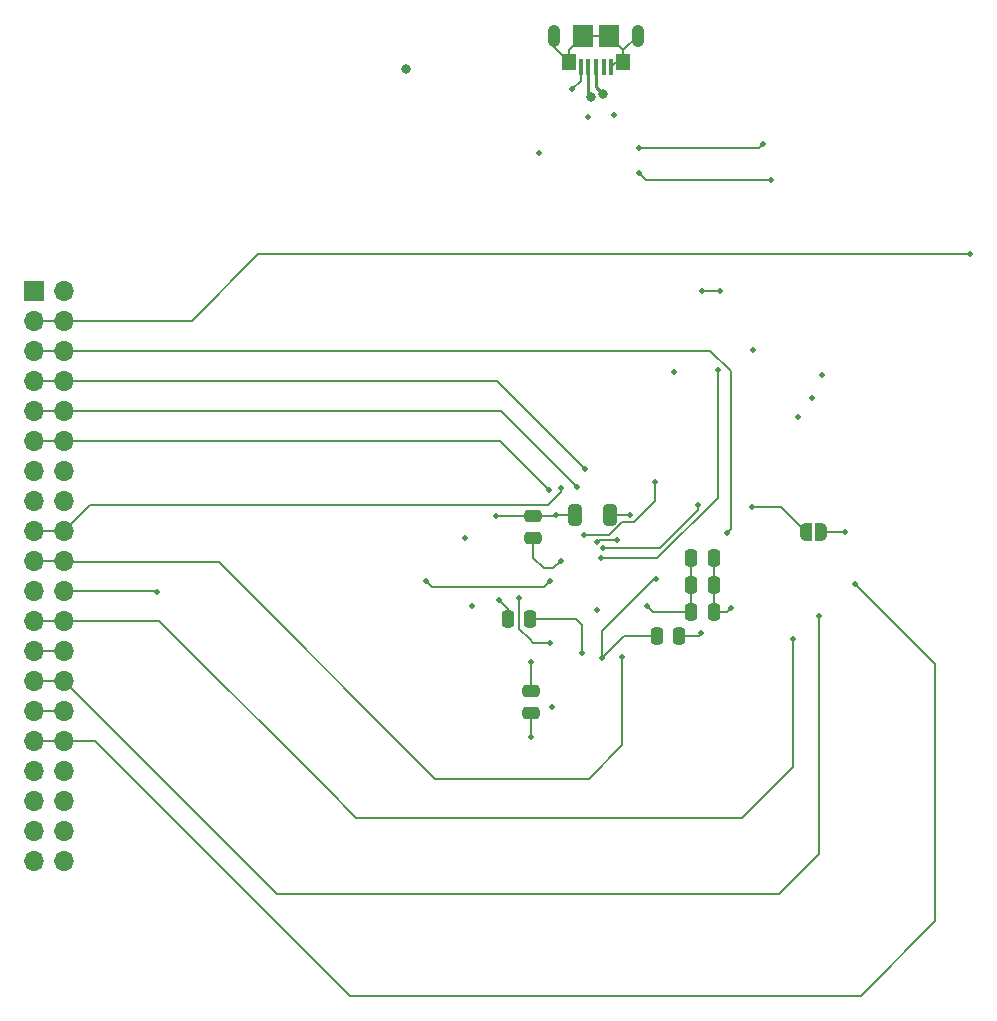
<source format=gbr>
%TF.GenerationSoftware,KiCad,Pcbnew,6.0.11-3.fc37*%
%TF.CreationDate,2023-03-10T11:04:47-06:00*%
%TF.ProjectId,ESP32,45535033-322e-46b6-9963-61645f706362,rev?*%
%TF.SameCoordinates,Original*%
%TF.FileFunction,Copper,L4,Bot*%
%TF.FilePolarity,Positive*%
%FSLAX46Y46*%
G04 Gerber Fmt 4.6, Leading zero omitted, Abs format (unit mm)*
G04 Created by KiCad (PCBNEW 6.0.11-3.fc37) date 2023-03-10 11:04:47*
%MOMM*%
%LPD*%
G01*
G04 APERTURE LIST*
G04 Aperture macros list*
%AMRoundRect*
0 Rectangle with rounded corners*
0 $1 Rounding radius*
0 $2 $3 $4 $5 $6 $7 $8 $9 X,Y pos of 4 corners*
0 Add a 4 corners polygon primitive as box body*
4,1,4,$2,$3,$4,$5,$6,$7,$8,$9,$2,$3,0*
0 Add four circle primitives for the rounded corners*
1,1,$1+$1,$2,$3*
1,1,$1+$1,$4,$5*
1,1,$1+$1,$6,$7*
1,1,$1+$1,$8,$9*
0 Add four rect primitives between the rounded corners*
20,1,$1+$1,$2,$3,$4,$5,0*
20,1,$1+$1,$4,$5,$6,$7,0*
20,1,$1+$1,$6,$7,$8,$9,0*
20,1,$1+$1,$8,$9,$2,$3,0*%
%AMFreePoly0*
4,1,22,0.500000,-0.750000,0.000000,-0.750000,0.000000,-0.745033,-0.079941,-0.743568,-0.215256,-0.701293,-0.333266,-0.622738,-0.424486,-0.514219,-0.481581,-0.384460,-0.499164,-0.250000,-0.500000,-0.250000,-0.500000,0.250000,-0.499164,0.250000,-0.499963,0.256109,-0.478152,0.396186,-0.417904,0.524511,-0.324060,0.630769,-0.204165,0.706417,-0.067858,0.745374,0.000000,0.744959,0.000000,0.750000,
0.500000,0.750000,0.500000,-0.750000,0.500000,-0.750000,$1*%
%AMFreePoly1*
4,1,20,0.000000,0.744959,0.073905,0.744508,0.209726,0.703889,0.328688,0.626782,0.421226,0.519385,0.479903,0.390333,0.500000,0.250000,0.500000,-0.250000,0.499851,-0.262216,0.476331,-0.402017,0.414519,-0.529596,0.319384,-0.634700,0.198574,-0.708877,0.061801,-0.746166,0.000000,-0.745033,0.000000,-0.750000,-0.500000,-0.750000,-0.500000,0.750000,0.000000,0.750000,0.000000,0.744959,
0.000000,0.744959,$1*%
G04 Aperture macros list end*
%TA.AperFunction,ComponentPad*%
%ADD10R,1.700000X1.700000*%
%TD*%
%TA.AperFunction,ComponentPad*%
%ADD11O,1.700000X1.700000*%
%TD*%
%TA.AperFunction,SMDPad,CuDef*%
%ADD12FreePoly0,0.000000*%
%TD*%
%TA.AperFunction,SMDPad,CuDef*%
%ADD13FreePoly1,0.000000*%
%TD*%
%TA.AperFunction,SMDPad,CuDef*%
%ADD14RoundRect,0.250000X0.325000X0.650000X-0.325000X0.650000X-0.325000X-0.650000X0.325000X-0.650000X0*%
%TD*%
%TA.AperFunction,SMDPad,CuDef*%
%ADD15RoundRect,0.250000X-0.250000X-0.475000X0.250000X-0.475000X0.250000X0.475000X-0.250000X0.475000X0*%
%TD*%
%TA.AperFunction,SMDPad,CuDef*%
%ADD16RoundRect,0.250000X0.475000X-0.250000X0.475000X0.250000X-0.475000X0.250000X-0.475000X-0.250000X0*%
%TD*%
%TA.AperFunction,SMDPad,CuDef*%
%ADD17R,0.400000X1.400000*%
%TD*%
%TA.AperFunction,ComponentPad*%
%ADD18O,1.050000X1.900000*%
%TD*%
%TA.AperFunction,SMDPad,CuDef*%
%ADD19R,1.750000X1.900000*%
%TD*%
%TA.AperFunction,SMDPad,CuDef*%
%ADD20R,1.150000X1.450000*%
%TD*%
%TA.AperFunction,SMDPad,CuDef*%
%ADD21RoundRect,0.250000X0.250000X0.475000X-0.250000X0.475000X-0.250000X-0.475000X0.250000X-0.475000X0*%
%TD*%
%TA.AperFunction,SMDPad,CuDef*%
%ADD22RoundRect,0.250000X-0.475000X0.250000X-0.475000X-0.250000X0.475000X-0.250000X0.475000X0.250000X0*%
%TD*%
%TA.AperFunction,ViaPad*%
%ADD23C,0.510000*%
%TD*%
%TA.AperFunction,ViaPad*%
%ADD24C,0.800000*%
%TD*%
%TA.AperFunction,Conductor*%
%ADD25C,0.137000*%
%TD*%
%TA.AperFunction,Conductor*%
%ADD26C,0.200000*%
%TD*%
%TA.AperFunction,Conductor*%
%ADD27C,0.250000*%
%TD*%
G04 APERTURE END LIST*
D10*
%TO.P,J1,1,Pin_1*%
%TO.N,+3V3*%
X22400000Y-43000000D03*
D11*
%TO.P,J1,2,Pin_2*%
X24940000Y-43000000D03*
%TO.P,J1,3,Pin_3*%
%TO.N,/IO2*%
X22400000Y-45540000D03*
%TO.P,J1,4,Pin_4*%
X24940000Y-45540000D03*
%TO.P,J1,5,Pin_5*%
%TO.N,/IO4*%
X22400000Y-48080000D03*
%TO.P,J1,6,Pin_6*%
X24940000Y-48080000D03*
%TO.P,J1,7,Pin_7*%
%TO.N,/IO5*%
X22400000Y-50620000D03*
%TO.P,J1,8,Pin_8*%
X24940000Y-50620000D03*
%TO.P,J1,9,Pin_9*%
%TO.N,/IO18*%
X22400000Y-53160000D03*
%TO.P,J1,10,Pin_10*%
X24940000Y-53160000D03*
%TO.P,J1,11,Pin_11*%
%TO.N,/IO19*%
X22400000Y-55700000D03*
%TO.P,J1,12,Pin_12*%
X24940000Y-55700000D03*
%TO.P,J1,13,Pin_13*%
%TO.N,/IO21*%
X22400000Y-58240000D03*
%TO.P,J1,14,Pin_14*%
X24940000Y-58240000D03*
%TO.P,J1,15,Pin_15*%
%TO.N,/IO22*%
X22400000Y-60780000D03*
%TO.P,J1,16,Pin_16*%
X24940000Y-60780000D03*
%TO.P,J1,17,Pin_17*%
%TO.N,/IO23*%
X22400000Y-63320000D03*
%TO.P,J1,18,Pin_18*%
X24940000Y-63320000D03*
%TO.P,J1,19,Pin_19*%
%TO.N,/IO25*%
X22400000Y-65860000D03*
%TO.P,J1,20,Pin_20*%
X24940000Y-65860000D03*
%TO.P,J1,21,Pin_21*%
%TO.N,/IO26*%
X22400000Y-68400000D03*
%TO.P,J1,22,Pin_22*%
X24940000Y-68400000D03*
%TO.P,J1,23,Pin_23*%
%TO.N,/IO27*%
X22400000Y-70940000D03*
%TO.P,J1,24,Pin_24*%
X24940000Y-70940000D03*
%TO.P,J1,25,Pin_25*%
%TO.N,/IO14*%
X22400000Y-73480000D03*
%TO.P,J1,26,Pin_26*%
X24940000Y-73480000D03*
%TO.P,J1,27,Pin_27*%
%TO.N,/IO12*%
X22400000Y-76020000D03*
%TO.P,J1,28,Pin_28*%
X24940000Y-76020000D03*
%TO.P,J1,29,Pin_29*%
%TO.N,/IO13*%
X22400000Y-78560000D03*
%TO.P,J1,30,Pin_30*%
X24940000Y-78560000D03*
%TO.P,J1,31,Pin_31*%
%TO.N,/IO15*%
X22400000Y-81100000D03*
%TO.P,J1,32,Pin_32*%
X24940000Y-81100000D03*
%TO.P,J1,33,Pin_33*%
%TO.N,unconnected-(J1-Pad33)*%
X22400000Y-83640000D03*
%TO.P,J1,34,Pin_34*%
%TO.N,unconnected-(J1-Pad34)*%
X24940000Y-83640000D03*
%TO.P,J1,35,Pin_35*%
%TO.N,unconnected-(J1-Pad35)*%
X22400000Y-86180000D03*
%TO.P,J1,36,Pin_36*%
%TO.N,unconnected-(J1-Pad36)*%
X24940000Y-86180000D03*
%TO.P,J1,37,Pin_37*%
%TO.N,unconnected-(J1-Pad37)*%
X22400000Y-88720000D03*
%TO.P,J1,38,Pin_38*%
%TO.N,unconnected-(J1-Pad38)*%
X24940000Y-88720000D03*
%TO.P,J1,39,Pin_39*%
%TO.N,GND*%
X22400000Y-91260000D03*
%TO.P,J1,40,Pin_40*%
X24940000Y-91260000D03*
%TD*%
D12*
%TO.P,JP1,1,A*%
%TO.N,VDD_SDIO*%
X87750000Y-63400000D03*
D13*
%TO.P,JP1,2,B*%
%TO.N,+3V3*%
X89050000Y-63400000D03*
%TD*%
D14*
%TO.P,C16,1*%
%TO.N,+3V3*%
X71175000Y-62000000D03*
%TO.P,C16,2*%
%TO.N,GND*%
X68225000Y-62000000D03*
%TD*%
D15*
%TO.P,C14,1*%
%TO.N,/EN*%
X75150000Y-72200000D03*
%TO.P,C14,2*%
%TO.N,GND*%
X77050000Y-72200000D03*
%TD*%
D16*
%TO.P,C7,1*%
%TO.N,+3V3*%
X64700000Y-63950000D03*
%TO.P,C7,2*%
%TO.N,GND*%
X64700000Y-62050000D03*
%TD*%
D17*
%TO.P,J2,1,VBUS*%
%TO.N,VBUS*%
X68700000Y-24050000D03*
%TO.P,J2,2,D-*%
%TO.N,Net-(J2-Pad2)*%
X69350000Y-24050000D03*
%TO.P,J2,3,D+*%
%TO.N,Net-(J2-Pad3)*%
X70000000Y-24050000D03*
%TO.P,J2,4,ID*%
%TO.N,unconnected-(J2-Pad4)*%
X70650000Y-24050000D03*
%TO.P,J2,5,GND*%
%TO.N,GND*%
X71300000Y-24050000D03*
D18*
%TO.P,J2,6,Shield*%
X73575000Y-21400000D03*
X66425000Y-21400000D03*
D19*
X68875000Y-21400000D03*
D20*
X67680000Y-23630000D03*
D19*
X71125000Y-21400000D03*
D20*
X72320000Y-23630000D03*
%TD*%
D15*
%TO.P,C2,1*%
%TO.N,+3V3*%
X78050000Y-65600000D03*
%TO.P,C2,2*%
%TO.N,GND*%
X79950000Y-65600000D03*
%TD*%
D21*
%TO.P,C4,1*%
%TO.N,+3V3*%
X64422936Y-70800000D03*
%TO.P,C4,2*%
%TO.N,GND*%
X62522936Y-70800000D03*
%TD*%
D15*
%TO.P,C6,1*%
%TO.N,+3V3*%
X78050000Y-70200000D03*
%TO.P,C6,2*%
%TO.N,GND*%
X79950000Y-70200000D03*
%TD*%
D22*
%TO.P,C13,1*%
%TO.N,Net-(U2-Pad1)*%
X64500000Y-76850000D03*
%TO.P,C13,2*%
%TO.N,GND*%
X64500000Y-78750000D03*
%TD*%
D15*
%TO.P,C1,1*%
%TO.N,+3V3*%
X78050000Y-67900000D03*
%TO.P,C1,2*%
%TO.N,GND*%
X79950000Y-67900000D03*
%TD*%
D23*
%TO.N,+3V3*%
X66300000Y-78200000D03*
X74300000Y-69700000D03*
X67000000Y-65900000D03*
X72900000Y-62000000D03*
X83300000Y-48000000D03*
X65150000Y-31350000D03*
X91100000Y-63400000D03*
X68800000Y-73700000D03*
X69300000Y-28300000D03*
%TO.N,GND*%
X76600000Y-49900000D03*
X61800000Y-69200000D03*
X78900000Y-72000000D03*
X71500000Y-28100000D03*
X58900000Y-63900000D03*
X66600000Y-62000000D03*
X87100000Y-53700000D03*
D24*
X53900000Y-24200000D03*
D23*
X88300000Y-52100000D03*
X61500000Y-62100000D03*
X70100000Y-70000000D03*
X81400000Y-69900000D03*
X59500000Y-69700000D03*
X64500000Y-80800000D03*
X89100000Y-50100000D03*
%TO.N,VDD_SDIO*%
X83200000Y-61300000D03*
%TO.N,Net-(U2-Pad1)*%
X64475000Y-74425000D03*
X63500000Y-69000000D03*
X66100000Y-72800000D03*
%TO.N,/EN*%
X70500000Y-74100000D03*
X75100000Y-67400000D03*
%TO.N,/IO2*%
X101700000Y-39900000D03*
%TO.N,/IO4*%
X81100000Y-63500000D03*
%TO.N,/IO5*%
X69100000Y-58100000D03*
%TO.N,/IO18*%
X68400000Y-59600000D03*
%TO.N,/IO19*%
X66050000Y-59850000D03*
%TO.N,/IO22*%
X66100000Y-67600000D03*
X55600000Y-67600000D03*
%TO.N,/IO23*%
X67000000Y-59700000D03*
%TO.N,/IO25*%
X72200000Y-74000000D03*
%TO.N,/IO26*%
X32800000Y-68500000D03*
%TO.N,/IO27*%
X86700000Y-72500000D03*
%TO.N,/IO12*%
X88900000Y-70500000D03*
%TO.N,/IO15*%
X91900000Y-67800000D03*
%TO.N,VBUS*%
X68000000Y-25900000D03*
D24*
%TO.N,Net-(J2-Pad2)*%
X69600000Y-26600000D03*
%TO.N,Net-(J2-Pad3)*%
X70569659Y-26357585D03*
D23*
%TO.N,/RTS*%
X84800000Y-33600000D03*
X73600000Y-33000000D03*
%TO.N,/DTR*%
X84100000Y-30600000D03*
X73600000Y-30900000D03*
%TO.N,/FLASH_CS*%
X80300000Y-49700000D03*
X70400000Y-65600000D03*
%TO.N,/FLASH_IO3*%
X78600000Y-61100000D03*
X70600000Y-64800000D03*
%TO.N,/FLASH_CLK*%
X71800000Y-64100000D03*
X70100000Y-64300000D03*
%TO.N,/FLASH_IO0*%
X75000000Y-59200000D03*
X69000000Y-63700000D03*
%TO.N,/TXD*%
X79000000Y-43000000D03*
X80500000Y-43000000D03*
%TD*%
D25*
%TO.N,+3V3*%
X78050000Y-67900000D02*
X78050000Y-70200000D01*
X67000000Y-65900000D02*
X66400000Y-66500000D01*
X66400000Y-66500000D02*
X65600000Y-66500000D01*
X65600000Y-66500000D02*
X64700000Y-65600000D01*
X64422936Y-70800000D02*
X68300000Y-70800000D01*
X89050000Y-63400000D02*
X91100000Y-63400000D01*
X68800000Y-71300000D02*
X68800000Y-73700000D01*
X78050000Y-65600000D02*
X78050000Y-67900000D01*
X64700000Y-65600000D02*
X64700000Y-63950000D01*
X71175000Y-62000000D02*
X72900000Y-62000000D01*
X74300000Y-69700000D02*
X74800000Y-70200000D01*
X74800000Y-70200000D02*
X78050000Y-70200000D01*
X68300000Y-70800000D02*
X68800000Y-71300000D01*
%TO.N,GND*%
X62522936Y-70800000D02*
X62522936Y-69922936D01*
X64500000Y-78750000D02*
X64500000Y-80800000D01*
X71125000Y-21400000D02*
X72320000Y-22595000D01*
X64700000Y-62050000D02*
X61550000Y-62050000D01*
X73575000Y-21400000D02*
X72320000Y-22655000D01*
X68225000Y-62000000D02*
X66600000Y-62000000D01*
X72320000Y-22595000D02*
X72320000Y-23630000D01*
X67680000Y-22595000D02*
X68875000Y-21400000D01*
X78700000Y-72200000D02*
X78900000Y-72000000D01*
X61550000Y-62050000D02*
X61500000Y-62100000D01*
X66550000Y-62050000D02*
X66600000Y-62000000D01*
X66425000Y-22375000D02*
X67680000Y-23630000D01*
X66425000Y-21400000D02*
X66425000Y-22375000D01*
X81100000Y-70200000D02*
X81400000Y-69900000D01*
X79950000Y-70200000D02*
X81100000Y-70200000D01*
X68875000Y-21400000D02*
X71125000Y-21400000D01*
X64700000Y-62050000D02*
X66550000Y-62050000D01*
X71720000Y-23630000D02*
X71300000Y-24050000D01*
X67680000Y-23630000D02*
X67680000Y-22595000D01*
X79950000Y-67900000D02*
X79950000Y-70200000D01*
X72320000Y-22655000D02*
X72320000Y-23630000D01*
X72320000Y-23630000D02*
X71720000Y-23630000D01*
X77050000Y-72200000D02*
X78700000Y-72200000D01*
X62522936Y-69922936D02*
X61800000Y-69200000D01*
X79950000Y-65600000D02*
X79950000Y-67900000D01*
%TO.N,VDD_SDIO*%
X83200000Y-61300000D02*
X85650000Y-61300000D01*
X85650000Y-61300000D02*
X87750000Y-63400000D01*
%TO.N,Net-(U2-Pad1)*%
X64500000Y-76850000D02*
X64500000Y-74450000D01*
X64700000Y-72800000D02*
X66100000Y-72800000D01*
X63500000Y-69000000D02*
X63500000Y-71600000D01*
X64500000Y-74450000D02*
X64475000Y-74425000D01*
X64400000Y-72500000D02*
X64700000Y-72800000D01*
X63500000Y-71600000D02*
X64400000Y-72500000D01*
%TO.N,/EN*%
X75100000Y-67400000D02*
X74900000Y-67400000D01*
X75150000Y-72200000D02*
X72400000Y-72200000D01*
X72400000Y-72200000D02*
X70500000Y-74100000D01*
X74900000Y-67400000D02*
X70500000Y-71800000D01*
X70500000Y-71800000D02*
X70500000Y-74100000D01*
%TO.N,/IO2*%
X35760000Y-45540000D02*
X24940000Y-45540000D01*
X101700000Y-39900000D02*
X41400000Y-39900000D01*
X41400000Y-39900000D02*
X35760000Y-45540000D01*
X24940000Y-45540000D02*
X22400000Y-45540000D01*
%TO.N,/IO4*%
X24940000Y-48080000D02*
X79680000Y-48080000D01*
X79680000Y-48080000D02*
X81400000Y-49800000D01*
X22400000Y-48080000D02*
X24940000Y-48080000D01*
X81400000Y-49800000D02*
X81400000Y-63200000D01*
X81400000Y-63200000D02*
X81100000Y-63500000D01*
%TO.N,/IO5*%
X22400000Y-50620000D02*
X24940000Y-50620000D01*
X69100000Y-58100000D02*
X61620000Y-50620000D01*
X61620000Y-50620000D02*
X24940000Y-50620000D01*
%TO.N,/IO18*%
X61960000Y-53160000D02*
X68400000Y-59600000D01*
X22400000Y-53160000D02*
X24940000Y-53160000D01*
X24940000Y-53160000D02*
X61960000Y-53160000D01*
%TO.N,/IO19*%
X22400000Y-55700000D02*
X24940000Y-55700000D01*
X66050000Y-59850000D02*
X61900000Y-55700000D01*
X61900000Y-55700000D02*
X24940000Y-55700000D01*
%TO.N,/IO22*%
X65600000Y-68100000D02*
X56100000Y-68100000D01*
X56100000Y-68100000D02*
X55600000Y-67600000D01*
X66100000Y-67600000D02*
X65600000Y-68100000D01*
%TO.N,/IO23*%
X67000000Y-59700000D02*
X67000000Y-60005991D01*
X27160000Y-61100000D02*
X24940000Y-63320000D01*
X22400000Y-63320000D02*
X24940000Y-63320000D01*
X67000000Y-60005991D02*
X65905991Y-61100000D01*
X65905991Y-61100000D02*
X27160000Y-61100000D01*
%TO.N,/IO25*%
X72200000Y-81500000D02*
X69400000Y-84300000D01*
X72200000Y-74000000D02*
X72200000Y-81500000D01*
X56400000Y-84300000D02*
X38100000Y-66000000D01*
X25080000Y-66000000D02*
X24940000Y-65860000D01*
X38100000Y-66000000D02*
X25080000Y-66000000D01*
X69400000Y-84300000D02*
X56400000Y-84300000D01*
X22400000Y-65860000D02*
X24940000Y-65860000D01*
%TO.N,/IO26*%
X32700000Y-68400000D02*
X24940000Y-68400000D01*
X32800000Y-68500000D02*
X32700000Y-68400000D01*
%TO.N,/IO27*%
X86700000Y-83300000D02*
X86700000Y-72500000D01*
X82400000Y-87600000D02*
X86700000Y-83300000D01*
X49700000Y-87600000D02*
X82400000Y-87600000D01*
X33040000Y-70940000D02*
X47100000Y-85000000D01*
X47100000Y-85000000D02*
X49700000Y-87600000D01*
X24940000Y-70940000D02*
X33040000Y-70940000D01*
X22400000Y-70940000D02*
X24940000Y-70940000D01*
%TO.N,/IO14*%
X22400000Y-73480000D02*
X24940000Y-73480000D01*
%TO.N,/IO12*%
X88900000Y-90700000D02*
X88900000Y-70500000D01*
X22400000Y-76020000D02*
X24940000Y-76020000D01*
X85500000Y-94100000D02*
X88900000Y-90700000D01*
X24940000Y-76020000D02*
X43020000Y-94100000D01*
X43020000Y-94100000D02*
X85500000Y-94100000D01*
%TO.N,/IO15*%
X98700000Y-96400000D02*
X98700000Y-76400000D01*
X24940000Y-81100000D02*
X27600000Y-81100000D01*
X46300000Y-99800000D02*
X49200000Y-102700000D01*
X98700000Y-74600000D02*
X91900000Y-67800000D01*
X92400000Y-102700000D02*
X98700000Y-96400000D01*
X22400000Y-81100000D02*
X24940000Y-81100000D01*
X98700000Y-76400000D02*
X98700000Y-74600000D01*
X49200000Y-102700000D02*
X92400000Y-102700000D01*
X27600000Y-81100000D02*
X46300000Y-99800000D01*
D26*
%TO.N,VBUS*%
X68700000Y-24050000D02*
X68700000Y-25200000D01*
X68700000Y-25200000D02*
X68000000Y-25900000D01*
D27*
%TO.N,Net-(J2-Pad2)*%
X69350000Y-24050000D02*
X69350000Y-26350000D01*
X69350000Y-26350000D02*
X69600000Y-26600000D01*
%TO.N,Net-(J2-Pad3)*%
X70569659Y-26357585D02*
X70000000Y-25787926D01*
X70000000Y-25787926D02*
X70000000Y-24050000D01*
D25*
%TO.N,/RTS*%
X73600000Y-33000000D02*
X74200000Y-33600000D01*
X74200000Y-33600000D02*
X84800000Y-33600000D01*
%TO.N,/DTR*%
X83800000Y-30900000D02*
X84100000Y-30600000D01*
X73600000Y-30900000D02*
X83800000Y-30900000D01*
%TO.N,/FLASH_CS*%
X80300000Y-60505991D02*
X80300000Y-49700000D01*
X75205991Y-65600000D02*
X80300000Y-60505991D01*
X70400000Y-65600000D02*
X75205991Y-65600000D01*
%TO.N,/FLASH_IO3*%
X78600000Y-61100000D02*
X78600000Y-61600000D01*
X75400000Y-64800000D02*
X70600000Y-64800000D01*
X78600000Y-61600000D02*
X75400000Y-64800000D01*
%TO.N,/FLASH_CLK*%
X70300000Y-64100000D02*
X71800000Y-64100000D01*
X70100000Y-64300000D02*
X70300000Y-64100000D01*
%TO.N,/FLASH_IO0*%
X72184275Y-62600000D02*
X73200000Y-62600000D01*
X73200000Y-62600000D02*
X75000000Y-60800000D01*
X69000000Y-63700000D02*
X71084275Y-63700000D01*
X75000000Y-60800000D02*
X75000000Y-59200000D01*
X71084275Y-63700000D02*
X72184275Y-62600000D01*
%TO.N,/TXD*%
X79000000Y-43000000D02*
X80500000Y-43000000D01*
%TO.N,/IO13*%
X22400000Y-78560000D02*
X24940000Y-78560000D01*
%TD*%
M02*

</source>
